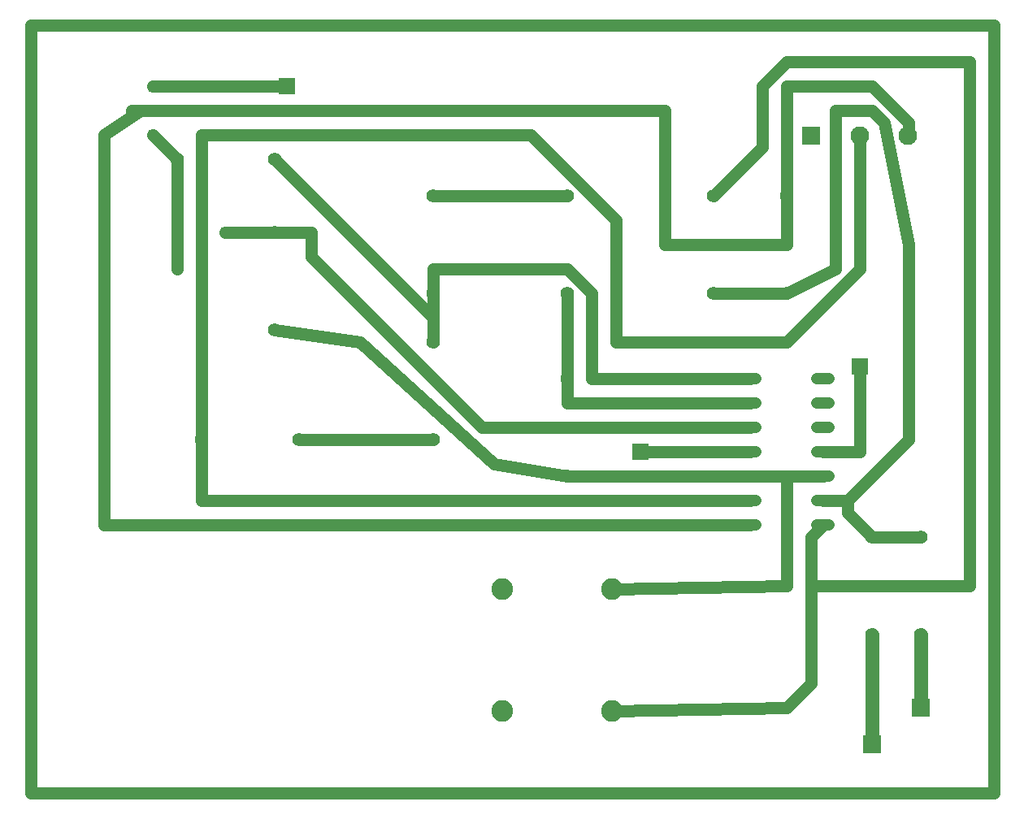
<source format=gtl>
G75*
G70*
%OFA0B0*%
%FSLAX24Y24*%
%IPPOS*%
%LPD*%
%AMOC8*
5,1,8,0,0,1.08239X$1,22.5*
%
%ADD10C,0.0000*%
%ADD11C,0.0476*%
%ADD12C,0.0554*%
%ADD13C,0.0476*%
%ADD14R,0.0768X0.0768*%
%ADD15C,0.0768*%
%ADD16C,0.0886*%
%ADD17C,0.0500*%
%ADD18R,0.0709X0.0709*%
%ADD19C,0.0560*%
D10*
X000350Y001868D02*
X000350Y033364D01*
X039720Y033364D01*
X039720Y001868D01*
X000350Y001868D01*
D11*
X029612Y012868D02*
X030088Y012868D01*
X030088Y013868D02*
X029612Y013868D01*
X029612Y014868D02*
X030088Y014868D01*
X030088Y015868D02*
X029612Y015868D01*
X029612Y016868D02*
X030088Y016868D01*
X030088Y017868D02*
X029612Y017868D01*
X029612Y018868D02*
X030088Y018868D01*
X032612Y018868D02*
X033088Y018868D01*
X033088Y017868D02*
X032612Y017868D01*
X032612Y016868D02*
X033088Y016868D01*
X033088Y015868D02*
X032612Y015868D01*
X032612Y014868D02*
X033088Y014868D01*
X033088Y013868D02*
X032612Y013868D01*
X032612Y012868D02*
X033088Y012868D01*
D12*
X034850Y012368D03*
X036850Y012368D03*
X036850Y008368D03*
X034850Y008368D03*
X022350Y014868D03*
X022350Y018868D03*
X022350Y022368D03*
X022350Y026368D03*
X016850Y026368D03*
X016850Y022368D03*
X016850Y020368D03*
X016850Y016368D03*
X011350Y016368D03*
X007350Y016368D03*
X010350Y020868D03*
X010350Y024868D03*
X010350Y027868D03*
X006350Y027868D03*
X028350Y026368D03*
X031350Y026368D03*
X031350Y022368D03*
X028350Y022368D03*
D13*
X008334Y024868D03*
X006366Y024868D03*
X005350Y028884D03*
X005350Y030853D03*
D14*
X032381Y028864D03*
X036850Y005368D03*
X034850Y003868D03*
D15*
X034350Y028864D03*
X036319Y028864D03*
D16*
X024196Y010238D03*
X019696Y010238D03*
X019696Y005238D03*
X024196Y005238D03*
D17*
X000350Y001868D02*
X000350Y033368D01*
X039850Y033368D01*
X039850Y001868D01*
X000350Y001868D01*
X003350Y012868D02*
X003350Y028868D01*
X004504Y029638D01*
X004504Y029868D01*
X026350Y029868D01*
X026350Y024368D01*
X031350Y024368D01*
X031350Y026368D01*
X031350Y030868D01*
X034850Y030868D01*
X036350Y029368D01*
X036350Y028868D01*
X036319Y028864D01*
X035350Y029368D02*
X034850Y029868D01*
X033350Y029868D01*
X033350Y023368D01*
X031350Y022368D01*
X028350Y022368D01*
X031350Y020368D02*
X024350Y020368D01*
X024350Y025368D01*
X020850Y028868D01*
X007350Y028868D01*
X007350Y016368D01*
X007350Y013868D01*
X029850Y013868D01*
X029850Y012868D02*
X003350Y012868D01*
X011350Y016368D02*
X016850Y016368D01*
X018850Y016868D02*
X011850Y023868D01*
X011850Y024868D01*
X010350Y024868D01*
X008334Y024868D01*
X006366Y024868D02*
X006350Y024868D01*
X006350Y027868D01*
X005350Y028868D01*
X005350Y028884D01*
X004850Y029868D02*
X004504Y029638D01*
X005350Y030868D02*
X010850Y030868D01*
X010350Y027868D02*
X016850Y021368D01*
X016850Y020368D01*
X016850Y021368D02*
X016850Y022368D01*
X016850Y023368D01*
X022350Y023368D01*
X023350Y022368D01*
X023350Y018868D01*
X029850Y018868D01*
X029850Y017868D02*
X022350Y017868D01*
X022350Y018868D01*
X022350Y022368D01*
X022350Y026368D02*
X016850Y026368D01*
X013850Y020368D02*
X010350Y020868D01*
X013850Y020368D02*
X019350Y015368D01*
X022350Y014868D01*
X029850Y014868D01*
X031350Y014868D01*
X031350Y010368D01*
X024196Y010238D01*
X024196Y005238D02*
X031350Y005368D01*
X032350Y006368D01*
X032350Y010368D01*
X038850Y010368D01*
X038850Y031868D01*
X031350Y031868D01*
X030350Y030868D01*
X030350Y028368D01*
X028350Y026368D01*
X034350Y028864D02*
X034350Y023368D01*
X031350Y020368D01*
X034350Y019368D02*
X034350Y015868D01*
X032850Y015868D01*
X032850Y014868D02*
X031350Y014868D01*
X029850Y015868D02*
X025350Y015868D01*
X029850Y016868D02*
X018850Y016868D01*
X006350Y023368D02*
X006350Y024868D01*
X032350Y012368D02*
X032350Y010368D01*
X032350Y012368D02*
X032850Y012868D01*
X032850Y013868D02*
X033850Y013868D01*
X033850Y013368D01*
X034850Y012368D01*
X036850Y012368D01*
X033850Y013868D02*
X036350Y016368D01*
X036350Y024368D01*
X035350Y029368D01*
X034350Y028868D02*
X034350Y028864D01*
D18*
X034350Y019368D03*
X025350Y015868D03*
X010850Y030868D03*
D19*
X034850Y008368D02*
X034850Y003868D01*
X036850Y005368D02*
X036850Y008368D01*
M02*

</source>
